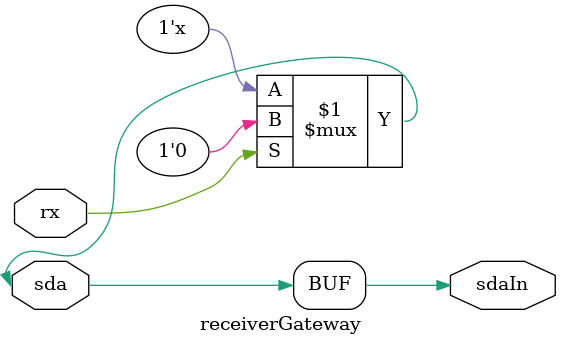
<source format=v>
module receiverGateway(sda, sdaIn, rx);

inout sda;
input rx;
output sdaIn;

assign sdaIn = sda;
assign sda=(rx)?1'b0:1'bz;


endmodule

</source>
